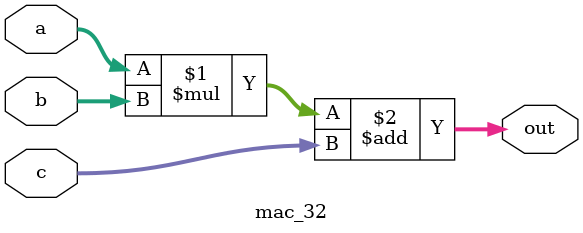
<source format=v>

module mac_32(a, b, c, out);
parameter DATA_WIDTH = 32;  /* declare a parameter. default required */
input [DATA_WIDTH - 1 : 0] a, b, c;
output [DATA_WIDTH - 1 : 0] out;

assign out = a * b + c;

endmodule










</source>
